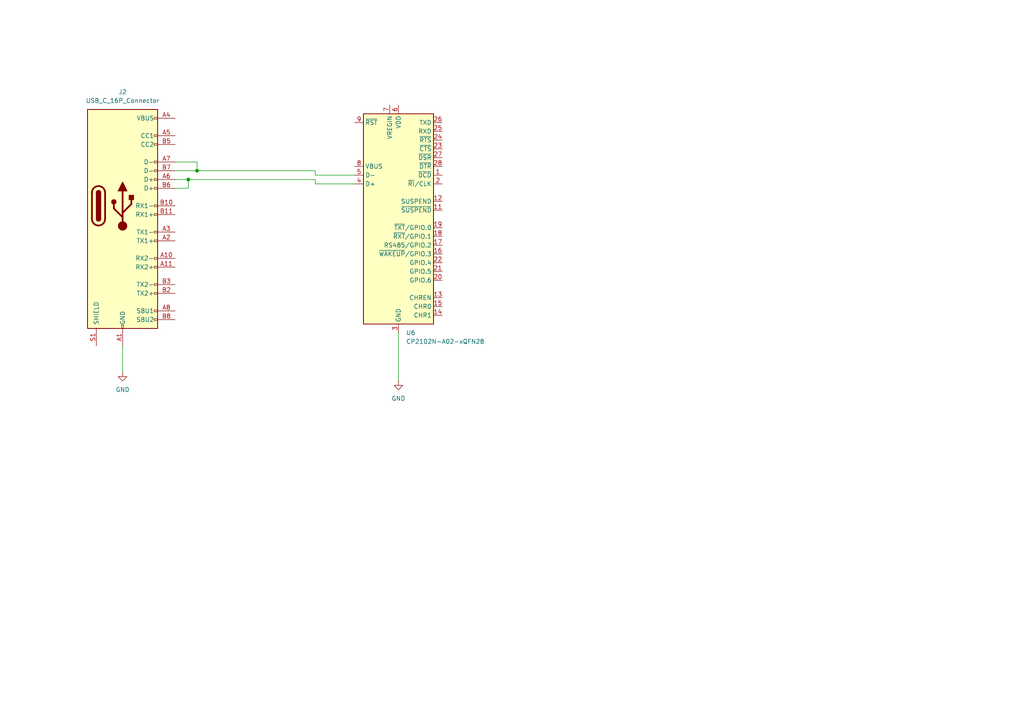
<source format=kicad_sch>
(kicad_sch (version 20231120) (generator "eeschema") (generator_version "8.0")
  (paper "A4")
  (lib_symbols
    (symbol "Connector:USB_C_Receptacle" (pin_names (offset 1.016))
      (property "Reference" "J" (at -10.16 29.21 0))
      (property "Value" "USB_C_Receptacle" (at 10.16 29.21 0))
      (symbol "USB_C_Receptacle_0_0"
        (rectangle (start -0.254 -35.56) (end 0.254 -34.544))
        (rectangle (start 10.16 -32.766) (end 9.144 -33.274))
        (rectangle (start 10.16 -30.226) (end 9.144 -30.734))
        (rectangle (start 10.16 -25.146) (end 9.144 -25.654))
        (rectangle (start 10.16 -22.606) (end 9.144 -23.114))
        (rectangle (start 10.16 -17.526) (end 9.144 -18.034))
        (rectangle (start 10.16 -14.986) (end 9.144 -15.494))
        (rectangle (start 10.16 -9.906) (end 9.144 -10.414))
        (rectangle (start 10.16 -7.366) (end 9.144 -7.874))
        (rectangle (start 10.16 -2.286) (end 9.144 -2.794))
        (rectangle (start 10.16 0.254) (end 9.144 -0.254))
        (rectangle (start 10.16 5.334) (end 9.144 4.826))
        (rectangle (start 10.16 7.874) (end 9.144 7.366))
        (rectangle (start 10.16 10.414) (end 9.144 9.906))
        (rectangle (start 10.16 12.954) (end 9.144 12.446))
        (rectangle (start 10.16 18.034) (end 9.144 17.526))
        (rectangle (start 10.16 20.574) (end 9.144 20.066))
        (rectangle (start 10.16 25.654) (end 9.144 25.146))
      )
      (symbol "USB_C_Receptacle_0_1"
        (rectangle (start -10.16 27.94) (end 10.16 -35.56) (stroke (width 0.254)) (fill (type background)))
        (arc (start -8.89 -3.81) (mid -6.985 -5.7067) (end -5.08 -3.81) (stroke (width 0.508)))
        (arc (start -7.62 -3.81) (mid -6.985 -4.4423) (end -6.35 -3.81) (stroke (width 0.254)))
        (arc (start -7.62 -3.81) (mid -6.985 -4.4423) (end -6.35 -3.81) (stroke (width 0.254)) (fill (type outline)))
        (rectangle (start -7.62 -3.81) (end -6.35 3.81) (stroke (width 0.254)) (fill (type outline)))
        (arc (start -6.35 3.81) (mid -6.985 4.4423) (end -7.62 3.81) (stroke (width 0.254)))
        (arc (start -6.35 3.81) (mid -6.985 4.4423) (end -7.62 3.81) (stroke (width 0.254)) (fill (type outline)))
        (arc (start -5.08 3.81) (mid -6.985 5.7067) (end -8.89 3.81) (stroke (width 0.508)))
        (polyline (pts (xy -8.89 -3.81) (xy -8.89 3.81)) (stroke (width 0.508)))
        (polyline (pts (xy -5.08 3.81) (xy -5.08 -3.81)) (stroke (width 0.508)))
      )
      (symbol "USB_C_Receptacle_1_1"
        (circle (center -2.54 1.143) (radius 0.635) (stroke (width 0.254)) (fill (type outline)))
        (circle (center 0 -5.842) (radius 1.27) (fill (type outline)))
        (polyline (pts (xy 0 -5.842) (xy 0 4.318)) (stroke (width 0.508)))
        (polyline (pts (xy 0 -3.302) (xy -2.54 -0.762) (xy -2.54 0.508)) (stroke (width 0.508)))
        (polyline (pts (xy 0 -2.032) (xy 2.54 0.508) (xy 2.54 1.778)) (stroke (width 0.508)))
        (polyline (pts (xy -1.27 4.318) (xy 0 6.858) (xy 1.27 4.318) (xy -1.27 4.318)) (stroke (width 0.254)) (fill (type outline)))
        (rectangle (start 1.905 1.778) (end 3.175 3.048) (stroke (width 0.254)) (fill (type outline)))
        (pin passive line (at 0 -40.64 90) (length 5.08) (name "GND") (number "A1"))
        (pin bidirectional line (at 15.24 -15.24 180) (length 5.08) (name "RX2-") (number "A10"))
        (pin bidirectional line (at 15.24 -17.78 180) (length 5.08) (name "RX2+") (number "A11"))
        (pin passive line (at 0 -40.64 90) (length 5.08) hide (name "GND") (number "A12"))
        (pin bidirectional line (at 15.24 -10.16 180) (length 5.08) (name "TX1+") (number "A2"))
        (pin bidirectional line (at 15.24 -7.62 180) (length 5.08) (name "TX1-") (number "A3"))
        (pin passive line (at 15.24 25.4 180) (length 5.08) (name "VBUS") (number "A4"))
        (pin bidirectional line (at 15.24 20.32 180) (length 5.08) (name "CC1") (number "A5"))
        (pin bidirectional line (at 15.24 7.62 180) (length 5.08) (name "D+") (number "A6"))
        (pin bidirectional line (at 15.24 12.7 180) (length 5.08) (name "D-") (number "A7"))
        (pin bidirectional line (at 15.24 -30.48 180) (length 5.08) (name "SBU1") (number "A8"))
        (pin passive line (at 15.24 25.4 180) (length 5.08) hide (name "VBUS") (number "A9"))
        (pin passive line (at 0 -40.64 90) (length 5.08) hide (name "GND") (number "B1"))
        (pin bidirectional line (at 15.24 0 180) (length 5.08) (name "RX1-") (number "B10"))
        (pin bidirectional line (at 15.24 -2.54 180) (length 5.08) (name "RX1+") (number "B11"))
        (pin passive line (at 0 -40.64 90) (length 5.08) hide (name "GND") (number "B12"))
        (pin bidirectional line (at 15.24 -25.4 180) (length 5.08) (name "TX2+") (number "B2"))
        (pin bidirectional line (at 15.24 -22.86 180) (length 5.08) (name "TX2-") (number "B3"))
        (pin passive line (at 15.24 25.4 180) (length 5.08) hide (name "VBUS") (number "B4"))
        (pin bidirectional line (at 15.24 17.78 180) (length 5.08) (name "CC2") (number "B5"))
        (pin bidirectional line (at 15.24 5.08 180) (length 5.08) (name "D+") (number "B6"))
        (pin bidirectional line (at 15.24 10.16 180) (length 5.08) (name "D-") (number "B7"))
        (pin bidirectional line (at 15.24 -33.02 180) (length 5.08) (name "SBU2") (number "B8"))
        (pin passive line (at 15.24 25.4 180) (length 5.08) hide (name "VBUS") (number "B9"))
        (pin passive line (at -7.62 -40.64 90) (length 5.08) (name "SHIELD") (number "S1"))
      )
    )
    (symbol "Interface_USB:CP2102N-Axx-xQFN28"
      (property "Reference" "U" (at -8.89 31.75 0))
      (property "Value" "CP2102N-Axx-xQFN28" (at 12.7 31.75 0))
      (symbol "CP2102N-Axx-xQFN28_0_1"
        (rectangle (start -10.16 30.48) (end 10.16 -30.48) (stroke (width 0.254)) (fill (type background)))
      )
      (symbol "CP2102N-Axx-xQFN28_1_1"
        (pin input line (at 12.7 12.7 180) (length 2.54) (name "~{DCD}") (number "1"))
        (pin no_connect line (at -10.16 -27.94 0) (length 2.54) hide (name "NC") (number "10"))
        (pin output line (at 12.7 2.54 180) (length 2.54) (name "~{SUSPEND}") (number "11"))
        (pin output line (at 12.7 5.08 180) (length 2.54) (name "SUSPEND") (number "12"))
        (pin output line (at 12.7 -22.86 180) (length 2.54) (name "CHREN") (number "13"))
        (pin output line (at 12.7 -27.94 180) (length 2.54) (name "CHR1") (number "14"))
        (pin output line (at 12.7 -25.4 180) (length 2.54) (name "CHR0") (number "15"))
        (pin bidirectional line (at 12.7 -10.16 180) (length 2.54) (name "~{WAKEUP}/GPIO.3") (number "16"))
        (pin bidirectional line (at 12.7 -7.62 180) (length 2.54) (name "RS485/GPIO.2") (number "17"))
        (pin bidirectional line (at 12.7 -5.08 180) (length 2.54) (name "~{RXT}/GPIO.1") (number "18"))
        (pin bidirectional line (at 12.7 -2.54 180) (length 2.54) (name "~{TXT}/GPIO.0") (number "19"))
        (pin bidirectional line (at 12.7 10.16 180) (length 2.54) (name "~{RI}/CLK") (number "2"))
        (pin bidirectional line (at 12.7 -17.78 180) (length 2.54) (name "GPIO.6") (number "20"))
        (pin bidirectional line (at 12.7 -15.24 180) (length 2.54) (name "GPIO.5") (number "21"))
        (pin bidirectional line (at 12.7 -12.7 180) (length 2.54) (name "GPIO.4") (number "22"))
        (pin input line (at 12.7 20.32 180) (length 2.54) (name "~{CTS}") (number "23"))
        (pin output line (at 12.7 22.86 180) (length 2.54) (name "~{RTS}") (number "24"))
        (pin input line (at 12.7 25.4 180) (length 2.54) (name "RXD") (number "25"))
        (pin output line (at 12.7 27.94 180) (length 2.54) (name "TXD") (number "26"))
        (pin input line (at 12.7 17.78 180) (length 2.54) (name "~{DSR}") (number "27"))
        (pin output line (at 12.7 15.24 180) (length 2.54) (name "~{DTR}") (number "28"))
        (pin passive line (at 0 -33.02 90) (length 2.54) hide (name "GND") (number "29"))
        (pin power_in line (at 0 -33.02 90) (length 2.54) (name "GND") (number "3"))
        (pin bidirectional line (at -12.7 10.16 0) (length 2.54) (name "D+") (number "4"))
        (pin bidirectional line (at -12.7 12.7 0) (length 2.54) (name "D-") (number "5"))
        (pin power_in line (at 0 33.02 270) (length 2.54) (name "VDD") (number "6"))
        (pin power_in line (at -2.54 33.02 270) (length 2.54) (name "VREGIN") (number "7"))
        (pin input line (at -12.7 15.24 0) (length 2.54) (name "VBUS") (number "8"))
        (pin input line (at -12.7 27.94 0) (length 2.54) (name "~{RST}") (number "9"))
      )
    )
    (symbol "power:GND" (power) (pin_numbers hide) (pin_names (offset 0) hide)
      (property "Value" "GND" (at 0 -3.81 0))
      (symbol "GND_0_1"
        (polyline (pts (xy 0 0) (xy 0 -1.27) (xy 1.27 -1.27) (xy 0 -2.54) (xy -1.27 -1.27) (xy 0 -1.27)))
      )
      (symbol "GND_1_1"
        (pin power_in line (at 0 0 270) (length 0) (name "~") (number "1"))
      )
    )
  )
  (junction (at 57.15 49.53))
  (junction (at 54.61 52.07))
  (wire (pts (xy 50.8 46.99) (xy 57.15 46.99)))
  (wire (pts (xy 91.44 52.07) (xy 91.44 53.34)))
  (wire (pts (xy 50.8 54.61) (xy 54.61 54.61)))
  (wire (pts (xy 91.44 50.8) (xy 102.87 50.8)))
  (wire (pts (xy 54.61 52.07) (xy 91.44 52.07)))
  (wire (pts (xy 35.56 100.33) (xy 35.56 107.95)))
  (wire (pts (xy 115.57 96.52) (xy 115.57 110.49)))
  (wire (pts (xy 91.44 53.34) (xy 102.87 53.34)))
  (wire (pts (xy 57.15 46.99) (xy 57.15 49.53)))
  (wire (pts (xy 50.8 52.07) (xy 54.61 52.07)))
  (wire (pts (xy 57.15 49.53) (xy 91.44 49.53)))
  (wire (pts (xy 50.8 49.53) (xy 57.15 49.53)))
  (wire (pts (xy 91.44 49.53) (xy 91.44 50.8)))
  (wire (pts (xy 54.61 54.61) (xy 54.61 52.07)))
  (symbol (lib_id "power:GND") (at 35.56 107.95 0) (unit 1)
    (property "Reference" "#PWR017" (effects (hide yes)))
    (property "Value" "GND" (at 35.56 113.03 0))
    (property "Description" "Power symbol creates a global label with name \"GND\" , ground" (effects (hide yes)))
  )
  (symbol (lib_id "Interface_USB:CP2102N-Axx-xQFN28") (at 115.57 63.5 0) (unit 1)
    (property "Reference" "U6" (at 117.7641 96.52 0) (effects (justify left)))
    (property "Value" "CP2102N-A02-xQFN28" (at 117.7641 99.06 0) (effects (justify left)))
    (property "Footprint" "Package_DFN_QFN:QFN-28-1EP_5x5mm_P0.5mm_EP3.35x3.35mm" (effects (hide yes)))
    (property "Datasheet" "https://www.silabs.com/documents/public/data-sheets/cp2102n-datasheet.pdf" (effects (hide yes)))
    (property "Description" "USB to UART master bridge, QFN-28" (effects (hide yes)))
  )
  (symbol (lib_id "power:GND") (at 115.57 110.49 0) (unit 1)
    (property "Reference" "#PWR018" (effects (hide yes)))
    (property "Value" "GND" (at 115.57 115.57 0))
    (property "Description" "Power symbol creates a global label with name \"GND\" , ground" (effects (hide yes)))
  )
  (symbol (lib_id "Connector:USB_C_Receptacle") (at 35.56 59.69 0) (unit 1)
    (property "Reference" "J2" (at 35.56 26.67 0))
    (property "Value" "USB_C_16P_Connector" (at 35.56 29.21 0))
    (property "Datasheet" "https://www.usb.org/sites/default/files/documents/usb_type-c.zip" (effects (hide yes)))
    (property "Description" "USB Full-Featured Type-C Receptacle connector" (effects (hide yes)))
  )
)
</source>
